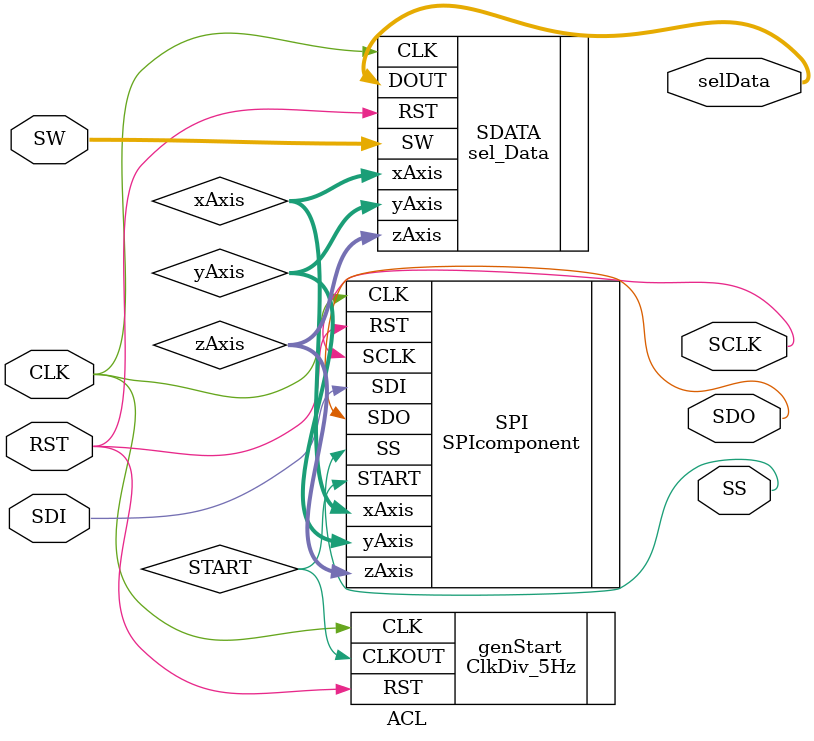
<source format=v>
`timescale 1ns / 1ps
module ACL(
		CLK,
		RST,
		SW,
		SDI,
		SDO,
		SCLK,
		SS, 
		selData
);

// ====================================================================================
// 										Port Declarations
// ====================================================================================
   input        CLK;
   input        RST;
   input [1:0]  SW;
   input        SDI;
   output       SDO;
   output       SCLK;
   output       SS;
   output[9:0]  selData;
// ====================================================================================
// 								Parameters, Register, and Wires
// ====================================================================================
   
   wire [9:0]   xAxis;		// x-axis data from PmodACL
   wire [9:0]   yAxis;		// y-axis data from PmodACL
   wire [9:0]   zAxis;		// z-axis data from PmodACL
   
  // wire [9:0]   selData;	// Data selected to display
   
   wire         START;		// Data Transfer Request Signal
   
//  ===================================================================================
// 							  				Implementation
//  ===================================================================================
   
		//-----------------------------------------------
		//	Select Display Data and Convert to Magnitude
		//-----------------------------------------------
		sel_Data SDATA(
					.CLK(CLK),
					.RST(RST),
					.SW(SW),
					.xAxis(xAxis),
					.yAxis(yAxis),
					.zAxis(zAxis),
					.DOUT(selData)
		);
		
		//-----------------------------------------------
		//		 			 Interfaces PmodACL
		//-----------------------------------------------
		SPIcomponent SPI(
					.CLK(CLK),
					.RST(RST),
					.START(START),
					.SDI(SDI),
					.SDO(SDO),
					.SCLK(SCLK),
					.SS(SS),
					.xAxis(xAxis),
					.yAxis(yAxis),
					.zAxis(zAxis)
		);
		
		//-----------------------------------------------
		//	 Generates a 5Hz Data Transfer Request Signal
		//-----------------------------------------------
		ClkDiv_5Hz genStart(
					.CLK(CLK),
					.RST(RST),
					.CLKOUT(START)
		);
   
endmodule


</source>
